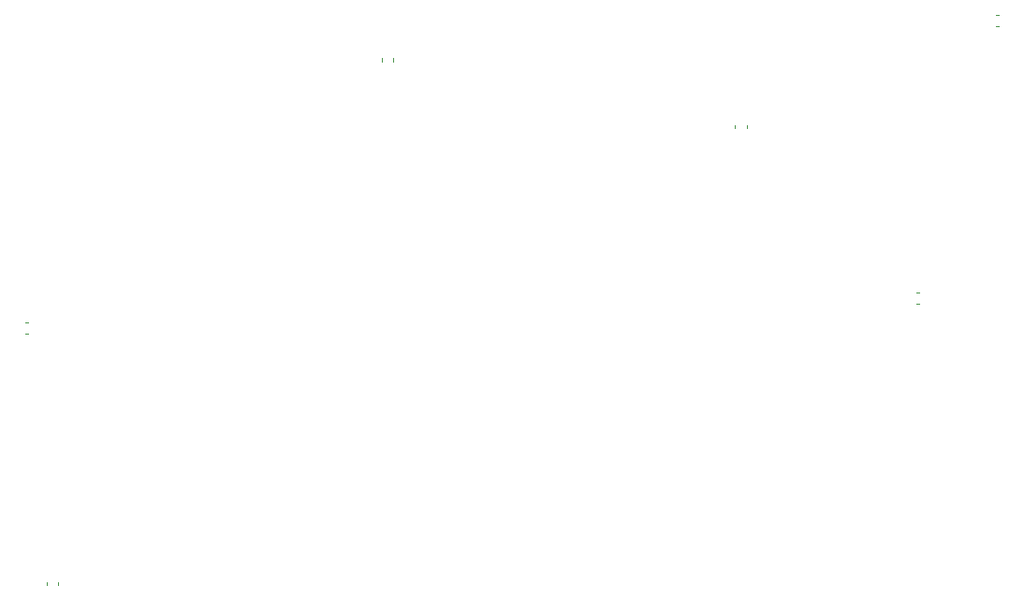
<source format=gbr>
%TF.GenerationSoftware,KiCad,Pcbnew,7.0.5*%
%TF.CreationDate,2023-07-18T15:35:35-04:00*%
%TF.ProjectId,PCBPT_Main_control_V1,50434250-545f-44d6-9169-6e5f636f6e74,rev?*%
%TF.SameCoordinates,Original*%
%TF.FileFunction,Legend,Bot*%
%TF.FilePolarity,Positive*%
%FSLAX46Y46*%
G04 Gerber Fmt 4.6, Leading zero omitted, Abs format (unit mm)*
G04 Created by KiCad (PCBNEW 7.0.5) date 2023-07-18 15:35:35*
%MOMM*%
%LPD*%
G01*
G04 APERTURE LIST*
%ADD10C,0.120000*%
G04 APERTURE END LIST*
D10*
%TO.C,C3*%
X139990000Y-49096267D02*
X139990000Y-48803733D01*
X141010000Y-49096267D02*
X141010000Y-48803733D01*
%TO.C,C1*%
X109740000Y-96546267D02*
X109740000Y-96253733D01*
X110760000Y-96546267D02*
X110760000Y-96253733D01*
%TO.C,C5*%
X195553733Y-44890000D02*
X195846267Y-44890000D01*
X195553733Y-45910000D02*
X195846267Y-45910000D01*
%TO.C,C7*%
X188646267Y-71060000D02*
X188353733Y-71060000D01*
X188646267Y-70040000D02*
X188353733Y-70040000D01*
%TO.C,C4*%
X173010000Y-54853733D02*
X173010000Y-55146267D01*
X171990000Y-54853733D02*
X171990000Y-55146267D01*
%TO.C,C2*%
X107753733Y-72740000D02*
X108046267Y-72740000D01*
X107753733Y-73760000D02*
X108046267Y-73760000D01*
%TD*%
M02*

</source>
